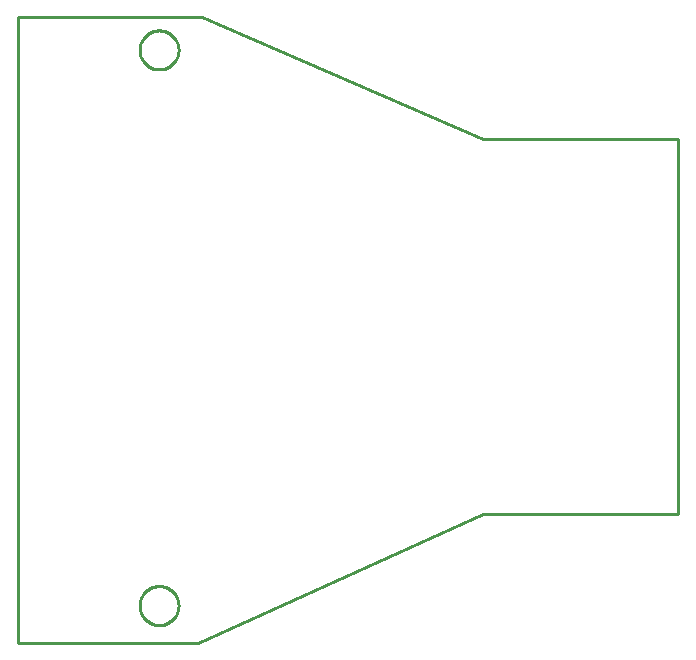
<source format=gbr>
G04 EAGLE Gerber RS-274X export*
G75*
%MOMM*%
%FSLAX34Y34*%
%LPD*%
%IN*%
%IPPOS*%
%AMOC8*
5,1,8,0,0,1.08239X$1,22.5*%
G01*
%ADD10C,0.254000*%


D10*
X0Y469900D02*
X152400Y469900D01*
X393700Y579120D01*
X558600Y579120D01*
X558600Y896620D01*
X393700Y896620D01*
X155700Y1000000D01*
X0Y1000000D01*
X0Y469900D01*
X118840Y988314D02*
X117761Y988243D01*
X116689Y988102D01*
X115629Y987891D01*
X114585Y987612D01*
X113561Y987264D01*
X112563Y986850D01*
X111593Y986372D01*
X110657Y985832D01*
X109758Y985231D01*
X108901Y984573D01*
X108088Y983861D01*
X107324Y983096D01*
X106611Y982283D01*
X105953Y981426D01*
X105352Y980527D01*
X104812Y979591D01*
X104334Y978621D01*
X103920Y977623D01*
X103572Y976599D01*
X103293Y975555D01*
X103082Y974495D01*
X102941Y973423D01*
X102870Y972344D01*
X102870Y971264D01*
X102941Y970185D01*
X103082Y969113D01*
X103293Y968053D01*
X103572Y967009D01*
X103920Y965985D01*
X104334Y964987D01*
X104812Y964017D01*
X105352Y963081D01*
X105953Y962182D01*
X106611Y961325D01*
X107324Y960512D01*
X108088Y959748D01*
X108901Y959035D01*
X109758Y958377D01*
X110657Y957776D01*
X111593Y957236D01*
X112563Y956758D01*
X113561Y956344D01*
X114585Y955996D01*
X115629Y955717D01*
X116689Y955506D01*
X117761Y955365D01*
X118840Y955294D01*
X119920Y955294D01*
X120999Y955365D01*
X122071Y955506D01*
X123131Y955717D01*
X124175Y955996D01*
X125199Y956344D01*
X126197Y956758D01*
X127167Y957236D01*
X128103Y957776D01*
X129002Y958377D01*
X129859Y959035D01*
X130672Y959748D01*
X131437Y960512D01*
X132149Y961325D01*
X132807Y962182D01*
X133408Y963081D01*
X133948Y964017D01*
X134426Y964987D01*
X134840Y965985D01*
X135188Y967009D01*
X135467Y968053D01*
X135678Y969113D01*
X135819Y970185D01*
X135890Y971264D01*
X135890Y972344D01*
X135819Y973423D01*
X135678Y974495D01*
X135467Y975555D01*
X135188Y976599D01*
X134840Y977623D01*
X134426Y978621D01*
X133948Y979591D01*
X133408Y980527D01*
X132807Y981426D01*
X132149Y982283D01*
X131437Y983096D01*
X130672Y983861D01*
X129859Y984573D01*
X129002Y985231D01*
X128103Y985832D01*
X127167Y986372D01*
X126197Y986850D01*
X125199Y987264D01*
X124175Y987612D01*
X123131Y987891D01*
X122071Y988102D01*
X120999Y988243D01*
X119920Y988314D01*
X118840Y988314D01*
X118840Y517906D02*
X117761Y517835D01*
X116689Y517694D01*
X115629Y517483D01*
X114585Y517204D01*
X113561Y516856D01*
X112563Y516442D01*
X111593Y515964D01*
X110657Y515424D01*
X109758Y514823D01*
X108901Y514165D01*
X108088Y513453D01*
X107324Y512688D01*
X106611Y511875D01*
X105953Y511018D01*
X105352Y510119D01*
X104812Y509183D01*
X104334Y508213D01*
X103920Y507215D01*
X103572Y506191D01*
X103293Y505147D01*
X103082Y504087D01*
X102941Y503015D01*
X102870Y501936D01*
X102870Y500856D01*
X102941Y499777D01*
X103082Y498705D01*
X103293Y497645D01*
X103572Y496601D01*
X103920Y495577D01*
X104334Y494579D01*
X104812Y493609D01*
X105352Y492673D01*
X105953Y491774D01*
X106611Y490917D01*
X107324Y490104D01*
X108088Y489340D01*
X108901Y488627D01*
X109758Y487969D01*
X110657Y487368D01*
X111593Y486828D01*
X112563Y486350D01*
X113561Y485936D01*
X114585Y485588D01*
X115629Y485309D01*
X116689Y485098D01*
X117761Y484957D01*
X118840Y484886D01*
X119920Y484886D01*
X120999Y484957D01*
X122071Y485098D01*
X123131Y485309D01*
X124175Y485588D01*
X125199Y485936D01*
X126197Y486350D01*
X127167Y486828D01*
X128103Y487368D01*
X129002Y487969D01*
X129859Y488627D01*
X130672Y489340D01*
X131437Y490104D01*
X132149Y490917D01*
X132807Y491774D01*
X133408Y492673D01*
X133948Y493609D01*
X134426Y494579D01*
X134840Y495577D01*
X135188Y496601D01*
X135467Y497645D01*
X135678Y498705D01*
X135819Y499777D01*
X135890Y500856D01*
X135890Y501936D01*
X135819Y503015D01*
X135678Y504087D01*
X135467Y505147D01*
X135188Y506191D01*
X134840Y507215D01*
X134426Y508213D01*
X133948Y509183D01*
X133408Y510119D01*
X132807Y511018D01*
X132149Y511875D01*
X131437Y512688D01*
X130672Y513453D01*
X129859Y514165D01*
X129002Y514823D01*
X128103Y515424D01*
X127167Y515964D01*
X126197Y516442D01*
X125199Y516856D01*
X124175Y517204D01*
X123131Y517483D01*
X122071Y517694D01*
X120999Y517835D01*
X119920Y517906D01*
X118840Y517906D01*
M02*

</source>
